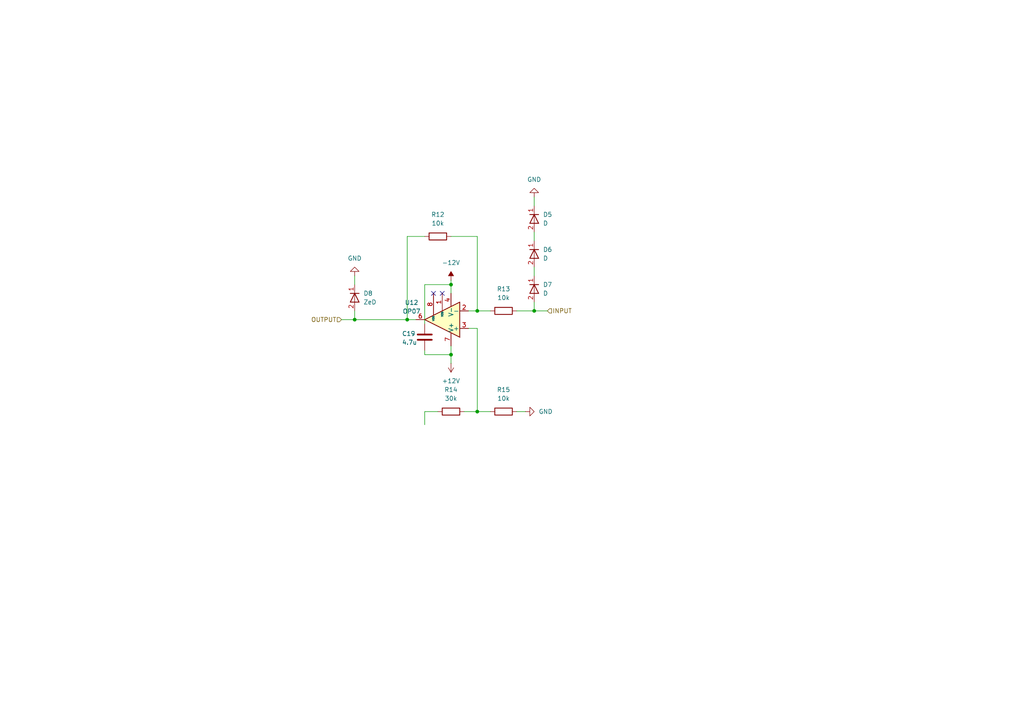
<source format=kicad_sch>
(kicad_sch (version 20250114) (generator "eeschema") (generator_version "9.0")
  (paper "A4")
  (lib_symbols
    (symbol "Amplifier_Operational:OP07" (pin_names (offset 0.127))
      (property "Reference" "U" (at 1.27 6.35 0))
      (property "Value" "OP07" (at 1.27 3.81 0))
      (symbol "OP07_0_1"
        (polyline (pts (xy -5.08 5.08) (xy 5.08 0) (xy -5.08 -5.08) (xy -5.08 5.08)) (stroke (width 0.254)) (fill (type background)))
      )
      (symbol "OP07_1_1"
        (pin input line (at -7.62 2.54 0) (length 2.54) (name "+") (number "3"))
        (pin input line (at -7.62 -2.54 0) (length 2.54) (name "-") (number "2"))
        (pin power_in line (at -2.54 7.62 270) (length 3.81) (name "V+") (number "7"))
        (pin power_in line (at -2.54 -7.62 90) (length 3.81) (name "V-") (number "4"))
        (pin no_connect line (at 0 2.54 270) (length 2.54) (hide yes) (name "NC") (number "5"))
        (pin input line (at 0 -7.62 90) (length 5.08) (name "VOS") (number "1"))
        (pin input line (at 2.54 -7.62 90) (length 6.35) (name "VOS") (number "8"))
        (pin output line (at 7.62 0 180) (length 2.54) (name "~") (number "6"))
      )
    )
    (symbol "Device:C" (pin_numbers (hide yes)) (pin_names (offset 0.254))
      (property "Reference" "C" (at 0.635 2.54 0))
      (property "Value" "C" (at 0.635 -2.54 0))
      (symbol "C_0_1"
        (polyline (pts (xy -2.032 0.762) (xy 2.032 0.762)) (stroke (width 0.508)))
        (polyline (pts (xy -2.032 -0.762) (xy 2.032 -0.762)) (stroke (width 0.508)))
      )
      (symbol "C_1_1"
        (pin passive line (at 0 3.81 270) (length 2.794) (name "~") (number "1"))
        (pin passive line (at 0 -3.81 90) (length 2.794) (name "~") (number "2"))
      )
    )
    (symbol "Device:R" (pin_numbers (hide yes)) (pin_names (offset 0))
      (property "Reference" "R" (at 2.032 0 90))
      (property "Value" "R" (at 0 0 90))
      (symbol "R_0_1"
        (rectangle (start -1.016 -2.54) (end 1.016 2.54) (stroke (width 0.254)))
      )
      (symbol "R_1_1"
        (pin passive line (at 0 3.81 270) (length 1.27) (name "~") (number "1"))
        (pin passive line (at 0 -3.81 90) (length 1.27) (name "~") (number "2"))
      )
    )
    (symbol "Simulation_SPICE:D" (pin_names (offset 1.016) (hide yes))
      (property "Reference" "D" (at 0 2.54 0))
      (property "Value" "D" (at 0 -2.54 0))
      (symbol "D_0_1"
        (polyline (pts (xy -1.27 1.27) (xy -1.27 -1.27)) (stroke (width 0.254)))
        (polyline (pts (xy 1.27 1.27) (xy 1.27 -1.27) (xy -1.27 0) (xy 1.27 1.27)) (stroke (width 0.254)))
        (polyline (pts (xy 1.27 0) (xy -1.27 0)))
      )
      (symbol "D_1_1"
        (pin passive line (at -3.81 0 0) (length 2.54) (name "K") (number "1"))
        (pin passive line (at 3.81 0 180) (length 2.54) (name "A") (number "2"))
      )
    )
    (symbol "power:+12V" (power) (pin_numbers (hide yes)) (pin_names (offset 0) (hide yes))
      (property "Value" "+12V" (at 0 3.556 0))
      (symbol "+12V_0_1"
        (polyline (pts (xy -0.762 1.27) (xy 0 2.54)))
        (polyline (pts (xy 0 2.54) (xy 0.762 1.27)))
        (polyline (pts (xy 0 0) (xy 0 2.54)))
      )
      (symbol "+12V_1_1"
        (pin power_in line (at 0 0 90) (length 0) (name "~") (number "1"))
      )
    )
    (symbol "power:-12V" (power) (pin_numbers (hide yes)) (pin_names (offset 0) (hide yes))
      (property "Value" "-12V" (at 0 3.556 0))
      (symbol "-12V_0_0"
        (pin power_in line (at 0 0 90) (length 0) (name "~") (number "1"))
      )
      (symbol "-12V_0_1"
        (polyline (pts (xy 0 0) (xy 0 1.27) (xy 0.762 1.27) (xy 0 2.54) (xy -0.762 1.27) (xy 0 1.27)) (fill (type outline)))
      )
    )
    (symbol "power:GND" (power) (pin_numbers (hide yes)) (pin_names (offset 0) (hide yes))
      (property "Value" "GND" (at 0 -3.81 0))
      (symbol "GND_0_1"
        (polyline (pts (xy 0 0) (xy 0 -1.27) (xy 1.27 -1.27) (xy 0 -2.54) (xy -1.27 -1.27) (xy 0 -1.27)))
      )
      (symbol "GND_1_1"
        (pin power_in line (at 0 0 270) (length 0) (name "~") (number "1"))
      )
    )
  )
  (junction (at 130.81 82.55))
  (junction (at 102.87 92.71))
  (junction (at 138.43 119.38))
  (junction (at 130.81 102.87))
  (junction (at 154.94 90.17))
  (junction (at 118.11 92.71))
  (junction (at 138.43 90.17))
  (no_connect (at 128.27 85.09))
  (no_connect (at 125.73 85.09))
  (wire (pts (xy 154.94 77.47) (xy 154.94 80.01)))
  (wire (pts (xy 123.19 82.55) (xy 130.81 82.55)))
  (wire (pts (xy 118.11 68.58) (xy 118.11 92.71)))
  (wire (pts (xy 154.94 57.15) (xy 154.94 59.69)))
  (wire (pts (xy 102.87 92.71) (xy 118.11 92.71)))
  (wire (pts (xy 149.86 119.38) (xy 152.4 119.38)))
  (wire (pts (xy 102.87 90.17) (xy 102.87 92.71)))
  (wire (pts (xy 123.19 119.38) (xy 123.19 123.19)))
  (wire (pts (xy 138.43 95.25) (xy 135.89 95.25)))
  (wire (pts (xy 138.43 68.58) (xy 130.81 68.58)))
  (wire (pts (xy 130.81 82.55) (xy 130.81 85.09)))
  (wire (pts (xy 123.19 119.38) (xy 127 119.38)))
  (wire (pts (xy 123.19 102.87) (xy 130.81 102.87)))
  (wire (pts (xy 138.43 90.17) (xy 142.24 90.17)))
  (wire (pts (xy 130.81 81.28) (xy 130.81 82.55)))
  (wire (pts (xy 154.94 67.31) (xy 154.94 69.85)))
  (wire (pts (xy 138.43 119.38) (xy 142.24 119.38)))
  (wire (pts (xy 99.06 92.71) (xy 102.87 92.71)))
  (wire (pts (xy 123.19 101.6) (xy 123.19 102.87)))
  (wire (pts (xy 138.43 68.58) (xy 138.43 90.17)))
  (wire (pts (xy 118.11 92.71) (xy 120.65 92.71)))
  (wire (pts (xy 102.87 80.01) (xy 102.87 82.55)))
  (wire (pts (xy 123.19 93.98) (xy 123.19 82.55)))
  (wire (pts (xy 149.86 90.17) (xy 154.94 90.17)))
  (wire (pts (xy 130.81 102.87) (xy 130.81 105.41)))
  (wire (pts (xy 154.94 87.63) (xy 154.94 90.17)))
  (wire (pts (xy 123.19 68.58) (xy 118.11 68.58)))
  (wire (pts (xy 130.81 100.33) (xy 130.81 102.87)))
  (wire (pts (xy 138.43 95.25) (xy 138.43 119.38)))
  (wire (pts (xy 135.89 90.17) (xy 138.43 90.17)))
  (wire (pts (xy 134.62 119.38) (xy 138.43 119.38)))
  (wire (pts (xy 154.94 90.17) (xy 158.75 90.17)))
  (hierarchical_label "OUTPUT" (shape input) (at 99.06 92.71 180))
  (hierarchical_label "INPUT" (shape input) (at 158.75 90.17 0))
  (symbol (lib_id "Amplifier_Operational:OP07") (at 128.27 92.71 180) (unit 1)
    (property "Reference" "U8" (at 119.38 87.7568 0))
    (property "Value" "OP07" (at 119.38 90.2968 0))
    (property "Footprint" "Package_DIP:DIP-8_W7.62mm" (effects (hide yes)))
    (property "Datasheet" "https://www.analog.com/media/en/technical-documentation/data-sheets/OP07.pdf" (effects (hide yes)))
    (property "Description" "Single Ultra-Low Offset Voltage Operational Amplifier, DIP-8/SOIC-8" (effects (hide yes)))
    (instances (project "" (path "" (reference "U12") (unit 1)) (path "" (reference "U8") (unit 1))))
  )
  (symbol (lib_id "Device:R") (at 130.81 119.38 90) (unit 1)
    (property "Reference" "R7" (at 130.81 113.03 90))
    (property "Value" "30k" (at 130.81 115.57 90))
    (property "Footprint" "Resistor_SMD:R_0603_1608Metric" (effects (hide yes)))
    (property "Description" "Resistor" (effects (hide yes)))
    (property "Sim.Device" "R" (effects (hide yes)))
    (property "Sim.Type" "=" (effects (hide yes)))
    (property "Sim.Params" "r=30k" (effects (hide yes)))
    (property "Sim.Pins" "1=+ 2=-" (effects (hide yes)))
    (instances (project "SMU" (path "" (reference "R14") (unit 1)) (path "" (reference "R7") (unit 1))))
  )
  (symbol (lib_id "power:+12V") (at 130.81 105.41 180) (unit 1)
    (property "Reference" "#PWR027" (effects (hide yes)))
    (property "Value" "+12V" (at 130.81 110.49 0))
    (property "Description" "Power symbol creates a global label with name \"+12V\"" (effects (hide yes)))
    (instances (project "" (path "" (reference "#PWR039") (unit 1)) (path "" (reference "#PWR027") (unit 1))))
  )
  (symbol (lib_id "power:GND") (at 102.87 80.01 180) (unit 1)
    (property "Reference" "#PWR025" (effects (hide yes)))
    (property "Value" "GND" (at 102.87 74.93 0))
    (property "Description" "Power symbol creates a global label with name \"GND\" , ground" (effects (hide yes)))
    (instances (project "SMU" (path "" (reference "#PWR038") (unit 1)) (path "" (reference "#PWR025") (unit 1))))
  )
  (symbol (lib_id "power:GND") (at 154.94 57.15 180) (unit 1)
    (property "Reference" "#PWR024" (effects (hide yes)))
    (property "Value" "GND" (at 154.94 52.07 0))
    (property "Description" "Power symbol creates a global label with name \"GND\" , ground" (effects (hide yes)))
    (instances (project "SMU" (path "" (reference "#PWR037") (unit 1)) (path "" (reference "#PWR024") (unit 1))))
  )
  (symbol (lib_id "power:-12V") (at 130.81 81.28 0) (unit 1)
    (property "Reference" "#PWR015" (effects (hide yes)))
    (property "Value" "-12V" (at 130.81 76.2 0))
    (property "Description" "Power symbol creates a global label with name \"-12V\"" (effects (hide yes)))
    (instances (project "" (path "" (reference "#PWR026") (unit 1)) (path "" (reference "#PWR015") (unit 1))))
  )
  (symbol (lib_id "Simulation_SPICE:D") (at 154.94 73.66 270) (unit 1)
    (property "Reference" "D2" (at 157.48 72.3899 90) (effects (justify left)))
    (property "Value" "D" (at 157.48 74.9299 90) (effects (justify left)))
    (property "Footprint" "Diode_THT:D_T-1_P5.08mm_Horizontal" (effects (hide yes)))
    (property "Datasheet" "https://ngspice.sourceforge.io/docs/ngspice-html-manual/manual.xhtml#cha_DIODEs" (effects (hide yes)))
    (property "Description" "Diode for simulation or PCB" (effects (hide yes)))
    (property "Sim.Device" "D" (effects (hide yes)))
    (property "Sim.Pins" "1=K 2=A" (effects (hide yes)))
    (property "Sim.Params" "rs=50m cjo=10p" (effects (hide yes)))
    (instances (project "SMU" (path "" (reference "D6") (unit 1)) (path "" (reference "D2") (unit 1))))
  )
  (symbol (lib_id "Device:R") (at 146.05 90.17 90) (unit 1)
    (property "Reference" "R6" (at 146.05 83.82 90))
    (property "Value" "10k" (at 146.05 86.36 90))
    (property "Footprint" "Resistor_SMD:R_0603_1608Metric" (effects (hide yes)))
    (property "Description" "Resistor" (effects (hide yes)))
    (instances (project "SMU" (path "" (reference "R13") (unit 1)) (path "" (reference "R6") (unit 1))))
  )
  (symbol (lib_id "power:GND") (at 152.4 119.38 90) (unit 1)
    (property "Reference" "#PWR028" (effects (hide yes)))
    (property "Value" "GND" (at 156.21 119.3799 90) (effects (justify right)))
    (property "Description" "Power symbol creates a global label with name \"GND\" , ground" (effects (hide yes)))
    (instances (project "SMU" (path "" (reference "#PWR041") (unit 1)) (path "" (reference "#PWR028") (unit 1))))
  )
  (symbol (lib_id "Device:C") (at 123.19 97.79 0) (unit 1)
    (property "Reference" "C14" (at 116.586 96.774 0) (effects (justify left)))
    (property "Value" "4.7u" (at 116.586 99.314 0) (effects (justify left)))
    (property "Footprint" "Capacitor_SMD:C_1206_3216Metric" (effects (hide yes)))
    (property "Description" "Unpolarized capacitor" (effects (hide yes)))
    (instances (project "SMU" (path "" (reference "C19") (unit 1)) (path "" (reference "C14") (unit 1))))
  )
  (symbol (lib_id "Simulation_SPICE:D") (at 154.94 63.5 270) (unit 1)
    (property "Reference" "D1" (at 157.48 62.2299 90) (effects (justify left)))
    (property "Value" "D" (at 157.48 64.7699 90) (effects (justify left)))
    (property "Footprint" "Diode_THT:D_T-1_P5.08mm_Horizontal" (effects (hide yes)))
    (property "Datasheet" "https://ngspice.sourceforge.io/docs/ngspice-html-manual/manual.xhtml#cha_DIODEs" (effects (hide yes)))
    (property "Description" "Diode for simulation or PCB" (effects (hide yes)))
    (property "Sim.Device" "D" (effects (hide yes)))
    (property "Sim.Pins" "1=K 2=A" (effects (hide yes)))
    (property "Sim.Params" "rs=50m cjo=10p" (effects (hide yes)))
    (instances (project "SMU" (path "" (reference "D5") (unit 1)) (path "" (reference "D1") (unit 1))))
  )
  (symbol (lib_id "Device:R") (at 127 68.58 90) (unit 1)
    (property "Reference" "R5" (at 127 62.23 90))
    (property "Value" "10k" (at 127 64.77 90))
    (property "Footprint" "Resistor_SMD:R_0603_1608Metric" (effects (hide yes)))
    (property "Description" "Resistor" (effects (hide yes)))
    (instances (project "SMU" (path "" (reference "R12") (unit 1)) (path "" (reference "R5") (unit 1))))
  )
  (symbol (lib_id "Simulation_SPICE:D") (at 102.87 86.36 270) (unit 1)
    (property "Reference" "D4" (at 105.41 85.0899 90) (effects (justify left)))
    (property "Value" "ZeD" (at 105.41 87.6299 90) (effects (justify left)))
    (property "Footprint" "Diode_THT:D_T-1_P5.08mm_Horizontal" (effects (hide yes)))
    (property "Datasheet" "https://ngspice.sourceforge.io/docs/ngspice-html-manual/manual.xhtml#cha_DIODEs" (effects (hide yes)))
    (property "Description" "Diode for simulation or PCB" (effects (hide yes)))
    (property "Sim.Device" "D" (effects (hide yes)))
    (property "Sim.Pins" "1=K 2=A" (effects (hide yes)))
    (property "Sim.Params" "rs=50m cjo=10p" (effects (hide yes)))
    (instances (project "SMU" (path "" (reference "D8") (unit 1)) (path "" (reference "D4") (unit 1))))
  )
  (symbol (lib_id "Device:R") (at 146.05 119.38 90) (unit 1)
    (property "Reference" "R8" (at 146.05 113.03 90))
    (property "Value" "10k" (at 146.05 115.57 90))
    (property "Footprint" "Resistor_SMD:R_0603_1608Metric" (effects (hide yes)))
    (property "Description" "Resistor" (effects (hide yes)))
    (property "Sim.Device" "R" (effects (hide yes)))
    (property "Sim.Type" "=" (effects (hide yes)))
    (property "Sim.Params" "r=10k" (effects (hide yes)))
    (property "Sim.Pins" "1=+ 2=-" (effects (hide yes)))
    (instances (project "SMU" (path "" (reference "R15") (unit 1)) (path "" (reference "R8") (unit 1))))
  )
  (symbol (lib_id "Simulation_SPICE:D") (at 154.94 83.82 270) (unit 1)
    (property "Reference" "D3" (at 157.48 82.5499 90) (effects (justify left)))
    (property "Value" "D" (at 157.48 85.0899 90) (effects (justify left)))
    (property "Footprint" "Diode_THT:D_T-1_P5.08mm_Horizontal" (effects (hide yes)))
    (property "Datasheet" "https://ngspice.sourceforge.io/docs/ngspice-html-manual/manual.xhtml#cha_DIODEs" (effects (hide yes)))
    (property "Description" "Diode for simulation or PCB" (effects (hide yes)))
    (property "Sim.Device" "D" (effects (hide yes)))
    (property "Sim.Pins" "1=K 2=A" (effects (hide yes)))
    (property "Sim.Params" "rs=50m cjo=10p" (effects (hide yes)))
    (instances (project "SMU" (path "" (reference "D7") (unit 1)) (path "" (reference "D3") (unit 1))))
  )
)
</source>
